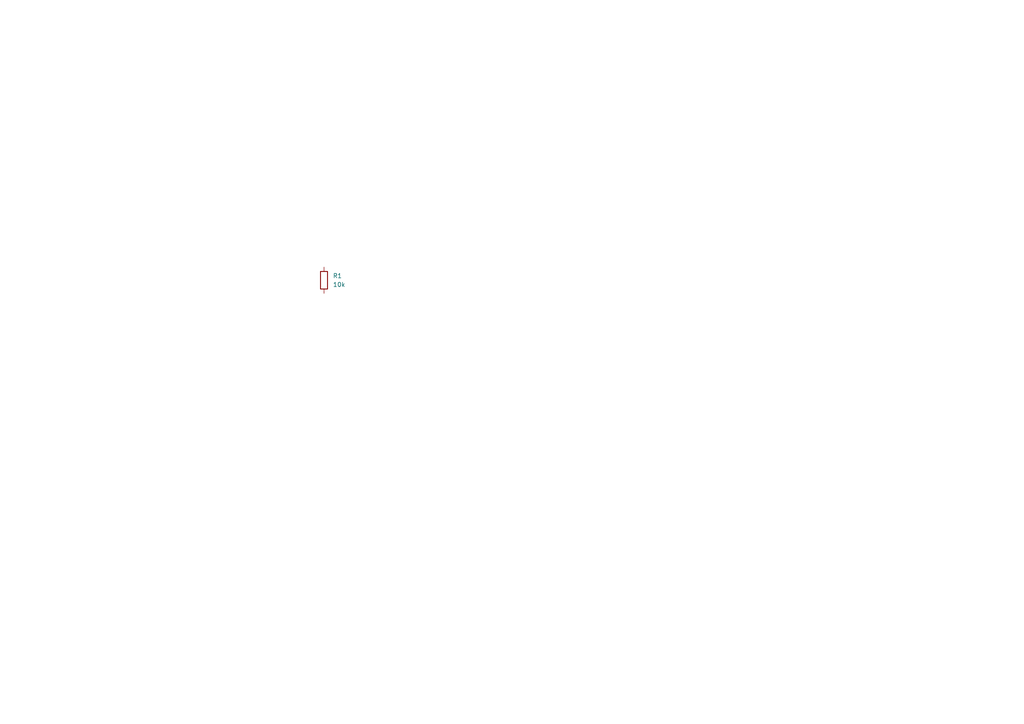
<source format=kicad_sch>
(kicad_sch (version 20250114) (generator "eeschema") (generator_version "9.0")
  (paper "A4")
  (lib_symbols
    (symbol "Device:R" (pin_numbers (hide yes)) (pin_names (offset 0))
      (property "Reference" "R" (at 2.032 0 90))
      (property "Value" "R" (at 0 0 90))
      (symbol "R_0_1"
        (rectangle (start -1.016 -2.54) (end 1.016 2.54) (stroke (width 0.254)))
      )
      (symbol "R_1_1"
        (pin passive line (at 0 3.81 270) (length 1.27) (name "~") (number "1"))
        (pin passive line (at 0 -3.81 90) (length 1.27) (name "~") (number "2"))
      )
    )
  )
  (symbol (lib_id "Device:R") (at 93.98 81.28 0) (unit 1)
    (property "Reference" "R1" (at 96.52 80.0099 0) (effects (justify left)))
    (property "Value" "10k" (at 96.52 82.5499 0) (effects (justify left)))
    (property "Footprint" "Resistor_SMD:R_0603_1608Metric" (effects (hide yes)))
    (property "Description" "Resistor" (effects (hide yes)))
  )
)
</source>
